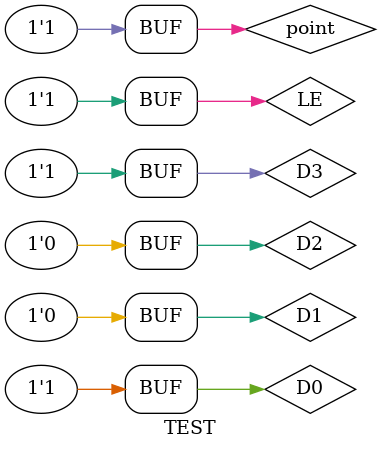
<source format=v>
`timescale 1ns / 1ps


module TEST;

	// Inputs
	reg D0;
	reg D1;
	reg D2;
	reg D3;
	reg LE;
	reg point;

	// Outputs
	wire a;
	wire b;
	wire c;
	wire d;
	wire e;
	wire f;
	wire g;
	wire p;

	// Instantiate the Unit Under Test (UUT)
	MC14495_ZJU uut (
		.D0(D0), 
		.D1(D1), 
		.D2(D2), 
		.D3(D3), 
		.LE(LE), 
		.point(point), 
		.a(a), 
		.b(b), 
		.c(c), 
		.d(d), 
		.e(e), 
		.f(f), 
		.g(g), 
		.p(p)
	);

	initial begin
		// Initialize Inputs
		D0 = 0;
		D1 = 0;
		D2 = 0;
		D3 = 1;
		LE = 1;
		point = 1;

		// Wait 100 ns for global reset to finish
		#100;
		D0 = 1;
		D1 = 0;
		D2 = 0;
		D3 = 1;
		LE = 1;
		point = 1;

		// Wait 100 ns for global reset to finish
		#100;
        
		// Add stimulus here

	end
      
endmodule


</source>
